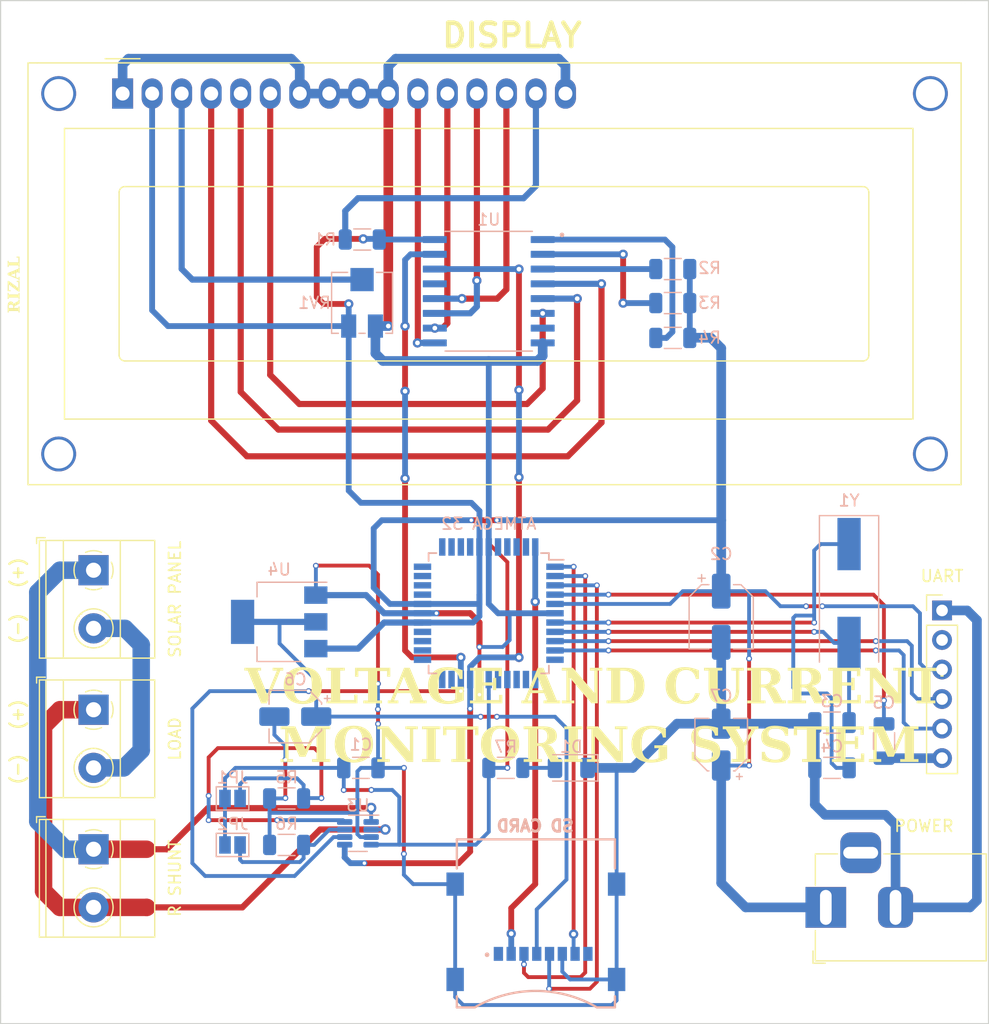
<source format=kicad_pcb>
(kicad_pcb (version 20221018) (generator pcbnew)
  (layers (0 "F.Cu" signal) (31 "B.Cu" signal) (34 "B.Paste" user) (35 "F.Paste" user) (36 "B.SilkS" user "B.Silkscreen") (37 "F.SilkS" user "F.Silkscreen") (38 "B.Mask" user) (39 "F.Mask" user) (44 "Edge.Cuts" user))
  (net 0 "")
  (net 1 "+5V")
  (net 2 "GND")
  (net 3 "Net-(U2-XTAL1)")
  (net 4 "Net-(U2-XTAL2)")
  (net 5 "Net-(J4-Pin_6)")
  (net 6 "RESET")
  (net 7 "Net-(D1-A)")
  (net 8 "Net-(DS1-VO)")
  (net 9 "Net-(DS1-RS)")
  (net 10 "Net-(DS1-R{slash}W)")
  (net 11 "Net-(DS1-E)")
  (net 12 "Net-(DS1-D4)")
  (net 13 "Net-(DS1-D5)")
  (net 14 "Net-(DS1-D6)")
  (net 15 "Net-(DS1-D7)")
  (net 16 "Net-(DS1-LED(+))")
  (net 17 "Net-(J1-Pin_1)")
  (net 18 "Net-(J1-Pin_2)")
  (net 19 "Net-(J2-Pin_2)")
  (net 21 "Net-(J4-Pin_4)")
  (net 22 "Net-(J4-Pin_5)")
  (net 23 "Net-(JP1-A)")
  (net 24 "Net-(JP2-A)")
  (net 25 "Net-(U1-A2)")
  (net 26 "Net-(U1-A1)")
  (net 27 "Net-(U1-A0)")
  (net 30 "SCL(INA219)")
  (net 31 "SDA(INA219)")
  (net 56 "Net-(J5-VDD)")
  (net 58 "CS")
  (net 59 "MISO")
  (net 60 "SCK")
  (net 61 "MOSI")
  (footprint "MountingHole:MountingHole_3.2mm_M3" (layer "F.Cu") (at 123 50)
    (fp_text reference "REF**" hide)
    (fp_text value "MountingHole_3.2mm_M3" hide)
  )
  (footprint "MountingHole:MountingHole_3.2mm_M3" (layer "F.Cu") (at 204 50)
    (fp_text reference "REF**" hide)
    (fp_text value "MountingHole_3.2mm_M3" hide)
  )
  (footprint "TerminalBlock_Phoenix:TerminalBlock_Phoenix_MKDS-1,5-2_1x02_P5.00mm_Horizontal" (layer "F.Cu") (at 129 109 -90)
    (fp_text reference "LOAD")
    (fp_text value "LOAD" hide)
  )
  (footprint "" (layer "F.Cu") (at 204 134)
    (fp_text reference "")
    (fp_text value "")
  )
  (footprint "MountingHole:MountingHole_3.2mm_M3" (layer "F.Cu") (at 123 134)
    (fp_text reference "REF**" hide)
    (fp_text value "MountingHole_3.2mm_M3" hide)
  )
  (footprint "Connector_BarrelJack:BarrelJack_Horizontal" (layer "F.Cu") (at 192 126 180)
    (fp_text reference "POWER")
    (fp_text value "POWER" hide)
  )
  (footprint "Connector_PinHeader_2.54mm:PinHeader_1x06_P2.54mm_Vertical" (layer "F.Cu") (at 202 100.46)
    (fp_text reference "UART")
    (fp_text value "T232RL" hide)
  )
  (footprint "" (layer "F.Cu") (at 123 50)
    (fp_text reference "")
    (fp_text value "")
  )
  (footprint "MountingHole:MountingHole_3.2mm_M3" (layer "F.Cu") (at 204 134)
    (fp_text reference "REF**" hide)
    (fp_text value "MountingHole_3.2mm_M3" hide)
  )
  (footprint "" (layer "F.Cu") (at 123 134)
    (fp_text reference "")
    (fp_text value "")
  )
  (footprint "TerminalBlock_Phoenix:TerminalBlock_Phoenix_MKDS-1,5-2_1x02_P5.00mm_Horizontal" (layer "F.Cu") (at 129 97 -90)
    (fp_text reference "SOLAR PANEL")
    (fp_text value "Solar Panel" hide)
  )
  (footprint "" (layer "F.Cu") (at 204 50)
    (fp_text reference "")
    (fp_text value "")
  )
  (footprint "Display:WC1602A" (layer "F.Cu") (at 131.4991 55.9993)
    (fp_text reference "DISPLAY")
    (fp_text value "WC1602A" hide)
  )
  (footprint "TerminalBlock_Phoenix:TerminalBlock_Phoenix_MKDS-1,5-2_1x02_P5.00mm_Horizontal" (layer "F.Cu") (at 129 121 -90)
    (fp_text reference "R SHUNT")
    (fp_text value "R SHUNT(0.001 ohm)" hide)
  )
  (footprint "Resistor_SMD:R_1206_3216Metric" (layer "B.Cu") (at 178.833937 74.020639 180)
    (fp_text reference "R3")
    (fp_text value "10k" hide)
  )
  (footprint "Jumper:SolderJumper-2_P1.3mm_Open_Pad1.0x1.5mm" (layer "B.Cu") (at 140.957196 120.628707 180)
    (fp_text reference "JP2")
    (fp_text value "Jumper_2_Open" hide)
  )
  (footprint "Resistor_SMD:R_1206_3216Metric" (layer "B.Cu") (at 178.83362 71.093351 180)
    (fp_text reference "R2")
    (fp_text value "10k" hide)
  )
  (footprint "Package_QFP:TQFP-44_10x10mm_P0.8mm" (layer "B.Cu") (at 163 100.7 180)
    (fp_text reference "ATMEGA 32")
    (fp_text value "ATmega32-16A" hide)
  )
  (footprint "Capacitor_SMD:C_1206_3216Metric" (layer "B.Cu") (at 192.525 110.104993 180)
    (fp_text reference "C3")
    (fp_text value "22pF" hide)
  )
  (footprint "Jumper:SolderJumper-2_P1.3mm_Open_Pad1.0x1.5mm" (layer "B.Cu") (at 140.957196 116.628707 180)
    (fp_text reference "JP1")
    (fp_text value "Jumper_2_Open" hide)
  )
  (footprint "Capacitor_SMD:CP_Elec_5x5.3" (layer "B.Cu") (at 183 101 -90)
    (fp_text reference "C2")
    (fp_text value "10uF/25V" hide)
  )
  (footprint "Resistor_SMD:R_1206_3216Metric" (layer "B.Cu") (at 145.607196 116.628707 180)
    (fp_text reference "R5")
    (fp_text value "10k" hide)
  )
  (footprint "Potentiometer_SMD:Potentiometer_Vishay_TS53YJ_Vertical" (layer "B.Cu") (at 152.1 74 -90)
    (fp_text reference "RV1")
    (fp_text value "10k" hide)
  )
  (footprint "Crystal:Crystal_SMD_HC49-SD" (layer "B.Cu") (at 194 99 -90)
    (fp_text reference "Y1")
    (fp_text value "16MHz" hide)
  )
  (footprint "MEM2067-02-180-00-A_REVB:GCT_MEM2067-02-180-00-A_REVB" (layer "B.Cu") (at 167.055 127.375 180)
    (fp_text reference "SD CARD")
    (fp_text value "MEM2067-02-180-00-A_REVB" hide)
  )
  (footprint "Package_TO_SOT_SMD:SOT-223-3_TabPin2" (layer "B.Cu") (at 144.972562 101.44187 180)
    (fp_text reference "U4")
    (fp_text value "AMS1117-3.3" hide)
  )
  (footprint "Capacitor_SMD:CP_Elec_4x5.3" (layer "B.Cu") (at 146.358647 109.589206 180)
    (fp_text reference "C6")
    (fp_text value "10uF/16V" hide)
  )
  (footprint "Capacitor_SMD:CP_Elec_4x5.3" (layer "B.Cu") (at 183 112 90)
    (fp_text reference "C7")
    (fp_text value "10uF/16V" hide)
  )
  (footprint "PCF8574DW:SOIC127P1030X265-16N" (layer "B.Cu") (at 163 73 180)
    (fp_text reference "U1")
    (fp_text value "PCF8574" hide)
  )
  (footprint "Capacitor_SMD:C_1206_3216Metric" (layer "B.Cu") (at 197.007629 111.692587 90)
    (fp_text reference "C5")
    (fp_text value "100pF" hide)
  )
  (footprint "Capacitor_SMD:C_1206_3216Metric" (layer "B.Cu") (at 152 114)
    (fp_text reference "C1")
    (fp_text value "0.1uF" hide)
  )
  (footprint "Resistor_SMD:R_1206_3216Metric" (layer "B.Cu") (at 178.833937 77.016386 180)
    (fp_text reference "R4")
    (fp_text value "10k" hide)
  )
  (footprint "Capacitor_SMD:C_1206_3216Metric" (layer "B.Cu") (at 192.530827 114 180)
    (fp_text reference "C4")
    (fp_text value "22pF" hide)
  )
  (footprint "Resistor_SMD:R_1206_3216Metric" (layer "B.Cu") (at 152.116589 68.551914 180)
    (fp_text reference "R1")
    (fp_text value "330" hide)
  )
  (footprint "Resistor_SMD:R_1206_3216Metric" (layer "B.Cu") (at 164.466491 114 180)
    (fp_text reference "R7")
    (fp_text value "220" hide)
  )
  (footprint "Package_TO_SOT_SMD:SOT-23-8" (layer "B.Cu") (at 151.744696 119.628707 180)
    (fp_text reference "U3")
    (fp_text value "INA219AxDCN" hide)
  )
  (footprint "LED_SMD:LED_1206_3216Metric" (layer "B.Cu") (at 170.1 114.001314 180)
    (fp_text reference "D1")
    (fp_text value "LED" hide)
  )
  (footprint "Resistor_SMD:R_1206_3216Metric" (layer "B.Cu") (at 145.607196 120.628707 180)
    (fp_text reference "R6")
    (fp_text value "10k" hide)
  )
  (gr_rect (start 121 48) (end 206 136) (stroke (width 0.1)) (fill none) (layer "Edge.Cuts"))
  (gr_text "(-)" (at 122 112.7 -90) (layer "F.SilkS") (effects (font (size 1 1) (thickness 0.2) bold) (justify left bottom)))
  (gr_text "(-)" (at 122 100.6 -90) (layer "F.SilkS") (effects (font (size 1 1) (thickness 0.2) bold) (justify left bottom)))
  (gr_text "VOLTAGE AND CURRENT\n  MONITORING SYSTEM" (at 142 114) (layer "F.SilkS") (effects (font (size 3 3) (thickness 0.2) bold) (justify left bottom)))
  (gr_text "(+)" (at 122 108 -90) (layer "F.SilkS") (effects (font (size 1 1) (thickness 0.2) bold) (justify left bottom)))
  (gr_text "RIZAL" (at 122.8 74.9 90) (layer "F.SilkS") (effects (font (size 1 1) (thickness 0.2) bold) (justify left bottom)))
  (gr_text "(+)" (at 122 95.8 -90) (layer "F.SilkS") (effects (font (size 1 1) (thickness 0.2) bold) (justify left bottom)))
  (segment (start 161.5 92.7) (end 163 92.7) (width 0.5) (layer "F.Cu") (net 1))
  (segment (start 164.6 114) (end 164.6 96.3) (width 0.33) (layer "F.Cu") (net 1))
  (segment (start 148.2 73.5) (end 148.2 69.193943) (width 0.5) (layer "F.Cu") (net 1))
  (segment (start 163 94.7) (end 163 92.7) (width 0.33) (layer "F.Cu") (net 1))
  (segment (start 148.893943 68.5) (end 152.2 68.5) (width 0.5) (layer "F.Cu") (net 1))
  (segment (start 152.895352 115.904648) (end 152.9 115.9) (width 0.33) (layer "F.Cu") (net 1))
  (segment (start 190.3 100.1) (end 191.7 100.1) (width 0.33) (layer "F.Cu") (net 1))
  (segment (start 148.851042 68.542901) (end 148.893943 68.5) (width 0.5) (layer "F.Cu") (net 1))
  (segment (start 164.6 96.3) (end 163 94.7) (width 0.33) (layer "F.Cu") (net 1))
  (segment (start 148.2 69.193943) (end 148.851042 68.542901) (width 0.5) (layer "F.Cu") (net 1))
  (segment (start 150.523244 115.904648) (end 152.895352 115.904648) (width 0.33) (layer "F.Cu") (net 1))
  (segment (start 150.951042 74.095447) (end 148.795447 74.095447) (width 0.5) (layer "F.Cu") (net 1))
  (segment (start 148.795447 74.095447) (end 148.2 73.5) (width 0.5) (layer "F.Cu") (net 1))
  (segment (start 163 92.7) (end 163.7 92.7) (width 0.5) (layer "F.Cu") (net 1))
  (segment (start 185.4 113.8) (end 185.4 104.6) (width 0.33) (layer "F.Cu") (net 1))
  (via (at 150.523244 115.904648) (size 0.5) (drill 0.3) (layers "F.Cu" "B.Cu") (net 1))
  (via (at 164.6 114) (size 0.5) (drill 0.3) (layers "F.Cu" "B.Cu") (net 1))
  (via (at 190.3 100.1) (size 0.5) (drill 0.3) (layers "F.Cu" "B.Cu") (net 1))
  (via (at 191.7 100.1) (size 0.5) (drill 0.3) (layers "F.Cu" "B.Cu") (net 1))
  (via (at 185.4 113.8) (size 0.5) (drill 0.3) (layers "F.Cu" "B.Cu") (net 1))
  (via (at 152.2 68.5) (size 0.8) (drill 0.4) (layers "F.Cu" "B.Cu") (net 1))
  (via (at 161.5 92.7) (size 0.5) (drill 0.3) (layers "F.Cu" "B.Cu") (net 1))
  (via (at 163.7 92.7) (size 0.5) (drill 0.3) (layers "F.Cu" "B.Cu") (net 1))
  (via (at 150.951042 74.095447) (size 0.8) (drill 0.4) (layers "F.Cu" "B.Cu") (net 1))
  (via (at 152.9 115.9) (size 0.5) (drill 0.3) (layers "F.Cu" "B.Cu") (net 1))
  (via (at 185.4 104.6) (size 0.5) (drill 0.3) (layers "F.Cu" "B.Cu") (net 1))
  (segment (start 135.4 76) (end 150.95 76) (width 0.5) (layer "B.Cu") (net 1))
  (segment (start 200.1 100.7) (end 200.1 105) (width 0.33) (layer "B.Cu") (net 1))
  (segment (start 163.7 92.7) (end 183 92.7) (width 0.5) (layer "B.Cu") (net 1))
  (segment (start 183 123.9) (end 183 113.8) (width 0.83) (layer "B.Cu") (net 1))
  (segment (start 153.1 98.5) (end 153.1 93.4) (width 0.5) (layer "B.Cu") (net 1))
  (segment (start 140.307196 116.628707) (end 140.307196 120.628707) (width 0.33) (layer "B.Cu") (net 1))
  (segment (start 182.1 77) (end 180.312823 77) (width 0.83) (layer "B.Cu") (net 1))
  (segment (start 183 92.7) (end 183 77.9) (width 0.83) (layer "B.Cu") (net 1))
  (segment (start 155.3 120.603707) (end 161.896293 120.603707) (width 0.33) (layer "B.Cu") (net 1))
  (segment (start 162.2 99.1) (end 162.2 100.95) (width 0.5) (layer "B.Cu") (net 1))
  (segment (start 152.9 115.9) (end 154.7 115.9) (width 0.33) (layer "B.Cu") (net 1))
  (segment (start 161.65 101.5) (end 157.3 101.5) (width 0.5) (layer "B.Cu") (net 1))
  (segment (start 186.8 98.8) (end 188.1 100.1) (width 0.33) (layer "B.Cu") (net 1))
  (segment (start 150.95 74.096489) (end 150.951042 74.095447) (width 0.5) (layer "B.Cu") (net 1))
  (segment (start 154.5 99.9) (end 153.1 98.5) (width 0.5) (layer "B.Cu") (net 1))
  (segment (start 157.3 99.9) (end 154.5 99.9) (width 0.5) (layer "B.Cu") (net 1))
  (segment (start 162.2 99.9) (end 157.3 99.9) (width 0.5) (layer "B.Cu") (net 1))
  (segment (start 192 126) (end 185.1 126) (width 0.83) (layer "B.Cu") (net 1))
  (segment (start 150.525 114) (end 150.525 115.902892) (width 0.33) (layer "B.Cu") (net 1))
  (segment (start 178.6 99.9) (end 179.7 98.8) (width 0.33) (layer "B.Cu") (net 1))
  (segment (start 161.896293 120.603707) (end 163.003991 119.496009) (width 0.33) (layer "B.Cu") (net 1))
  (segment (start 152.882196 120.603707) (end 155.3 120.603707) (width 0.33) (layer "B.Cu") (net 1))
  (segment (start 161.5 91.2) (end 162.2 91.9) (width 0.5) (layer "B.Cu") (net 1))
  (segment (start 150.95 90.15) (end 152 91.2) (width 0.5) (layer "B.Cu") (net 1))
  (segment (start 163 107.7) (end 163 106.4) (width 0.33) (layer "B.Cu") (net 1))
  (segment (start 180.29612 71.093351) (end 180.29612 74.020322) (width 0.5) (layer "B.Cu") (net 1))
  (segment (start 163.003991 114) (end 164.6 114) (width 0.33) (layer "B.Cu") (net 1))
  (segment (start 152.2 68.5) (end 153.527175 68.5) (width 0.5) (layer "B.Cu") (net 1))
  (segment (start 183 98.8) (end 185.4 98.8) (width 0.33) (layer "B.Cu") (net 1))
  (segment (start 163.003991 107.703991) (end 163 107.7) (width 0.33) (layer "B.Cu") (net 1))
  (segment (start 162.2 95) (end 162.2 99.1) (width 0.5) (layer "B.Cu") (net 1))
  (segment (start 185.4 104.6) (end 185.4 98.8) (width 0.33) (layer "B.Cu") (net 1))
  (segment (start 153.1 93.4) (end 153.8 92.7) (width 0.5) (layer "B.Cu") (net 1))
  (segment (start 150.95 76) (end 150.95 90.15) (width 0.5) (layer "B.Cu") (net 1))
  (segment (start 183 113.8) (end 185.4 113.8) (width 0.33) (layer "B.Cu") (net 1))
  (segment (start 158.356914 68.551914) (end 158.36 68.555) (width 0.5) (layer "B.Cu") (net 1))
  (segment (start 154.7 115.9) (end 155.3 116.5) (width 0.33) (layer "B.Cu") (net 1))
  (segment (start 180.296437 74.020639) (end 180.296437 77.016386) (width 0.5) (layer "B.Cu") (net 1))
  (segment (start 191.7 100.1) (end 199.5 100.1) (width 0.33) (layer "B.Cu") (net 1))
  (segment (start 188.1 100.1) (end 190.3 100.1) (width 0.33) (layer "B.Cu") (net 1))
  (segment (start 152 91.2) (end 161.5 91.2) (width 0.5) (layer "B.Cu") (net 1))
  (segment (start 185.1 126) (end 183 123.9) (width 0.83) (layer "B.Cu") (net 1))
  (segment (start 200.1 105) (end 200.64 105.54) (width 0.33) (layer "B.Cu") (net 1))
  (segment (start 162.2 100.95) (end 161.65 101.5) (width 0.5) (layer "B.Cu") (net 1))
  (segment (start 163.003991 114) (end 163.003991 107.703991) (width 0.33) (layer "B.Cu") (net 1))
  (segment (start 183 98.8) (end 183 92.7) (width 0.83) (layer "B.Cu") (net 1))
  (segment (start 162.2 99.1) (end 162.2 99.9) (width 0.5) (layer "B.Cu") (net 1))
  (segment (start 153.8 92.7) (end 161.5 92.7) (width 0.5) (layer "B.Cu") (net 1))
  (segment (start 183 77.9) (end 182.1 77) (width 0.83) (layer "B.Cu") (net 1))
  (segment (start 150.525 115.902892) (end 150.523244 115.904648) (width 0.33) (layer "B.Cu") (net 1))
  (segment (start 153.579089 68.551914) (end 158.356914 68.551914) (width 0.5) (layer "B.Cu") (net 1))
  (segment (start 163.003991 119.496009) (end 163.003991 114) (width 0.33) (layer "B.Cu") (net 1))
  (segment (start 151.75813 103.74187) (end 148.122562 103.74187) (width 0.53) (layer "B.Cu") (net 1))
  (segment (start 154 101.5) (end 151.75813 103.74187) (width 0.53) (layer "B.Cu") (net 1))
  (segment (start 155.3 116.5) (end 155.3 120.603707) (width 0.33) (layer "B.Cu") (net 1))
  (segment (start 179.7 98.8) (end 183 98.8) (width 0.33) (layer "B.Cu") (net 1))
  (segment (start 180.29612 74.020322) (end 180.296437 74.020639) (width 0.5) (layer "B.Cu") (net 1))
  (segment (start 162.2 91.9) (end 162.2 95) (width 0.5) (layer "B.Cu") (net 1))
  (segment (start 199.5 100.1) (end 200.1 100.7) (width 0.33) (layer "B.Cu") (net 1))
  (segment (start 141.2 114) (end 150.525 114) (width 0.33) (layer "B.Cu") (net 1))
  (segment (start 140.307196 114.892804) (end 141.2 114) (width 0.33) (layer "B.Cu") (net 1))
  (segment (start 134.0391 55.9993) (end 134.0391 74.6391) (width 0.5) (layer "B.Cu") (net 1))
  (segment (start 200.64 105.54) (end 202 105.54) (width 0.33) (layer "B.Cu") (net 1))
  (segment (start 150.95 76) (end 150.95 74.096489) (width 0.5) (layer "B.Cu") (net 1))
  (segment (start 157.3 101.5) (end 154 101.5) (width 0.53) (layer "B.Cu") (net 1))
  (segment (start 185.4 98.8) (end 186.8 98.8) (width 0.33) (layer "B.Cu") (net 1))
  (segment (start 134.0391 74.6391) (end 135.4 76) (width 0.5) (layer "B.Cu") (net 1))
  (segment (start 168.7 99.9) (end 178.6 99.9) (width 0.33) (layer "B.Cu") (net 1))
  (segment (start 140.307196 116.628707) (end 140.307196 114.892804) (width 0.33) (layer "B.Cu") (net 1))
  (segment (start 153.46983 106.764892) (end 153.46983 97.36983) (width 0.33) (layer "F.Cu") (net 2))
  (segment (start 162.2 107.7) (end 162.2 103.6) (width 0.33) (layer "F.Cu") (net 2))
  (segment (start 152.7 96.6) (end 148.141984 96.6) (width 0.33) (layer "F.Cu") (net 2))
  (segment (start 145.5 116.6) (end 145.5 113.3) (width 0.33) (layer "F.Cu") (net 2))
  (segment (start 158.5 100.7) (end 161.4 100.7) (width 0.53) (layer "F.Cu") (net 2))
  (segment (start 153.46983 97.36983) (end 152.7 96.6) (width 0.33) (layer "F.Cu") (net 2))
  (segment (start 153.476755 110.218595) (end 153.476755 108.967169) (width 0.33) (layer "F.Cu") (net 2))
  (segment (start 161.4 100.7) (end 162.2 101.5) (width 0.53) (layer "F.Cu") (net 2))
  (segment (start 154.3591 75.994645) (end 154.359709 75.995254) (width 0.83) (layer "F.Cu") (net 2))
  (segment (start 154.3591 55.9993) (end 154.3591 75.994645) (width 0.83) (layer "F.Cu") (net 2))
  (segment (start 162.2 101.5) (end 162.2 103.6) (width 0.53) (layer "F.Cu") (net 2))
  (segment (start 155.7 114) (end 155.7 121.4) (width 0.33) (layer "F.Cu") (net 2))
  (segment (start 153.476755 108.967169) (end 153.467457 108.957871) (width 0.33) (layer "F.Cu") (net 2))
  (segment (start 148.141984 96.6) (end 148.127749 96.614235) (width 0.33) (layer "F.Cu") (net 2))
  (via (at 153.46983 106.764892) (size 0.5) (drill 0.3) (layers "F.Cu" "B.Cu") (net 2))
  (via (at 155.7 121.4) (size 0.5) (drill 0.3) (layers "F.Cu" "B.Cu") (net 2))
  (via (at 145.5 113.3) (size 0.5) (drill 0.3) (layers "F.Cu" "B.Cu") (net 2))
  (via (at 154.359709 75.995254) (size 0.8) (drill 0.4) (layers "F.Cu" "B.Cu") (net 2))
  (via (at 158.5 100.7) (size 0.5) (drill 0.3) (layers "F.Cu" "B.Cu") (net 2))
  (via (at 155.7 114) (size 0.5) (drill 0.3) (layers "F.Cu" "B.Cu") (net 2))
  (via (at 145.5 116.6) (size 0.5) (drill 0.3) (layers "F.Cu" "B.Cu") (net 2))
  (via (at 148.127749 96.614235) (size 0.5) (drill 0.3) (layers "F.Cu" "B.Cu") (net 2))
  (via (at 162.2 107.7) (size 0.5) (drill 0.3) (layers "F.Cu" "B.Cu") (net 2))
  (via (at 153.476755 110.218595) (size 0.5) (drill 0.3) (layers "F.Cu" "B.Cu") (net 2))
  (via (at 153.467457 108.957871) (size 0.5) (drill 0.3) (layers "F.Cu" "B.Cu") (net 2))
  (via (at 162.2 103.6) (size 0.5) (drill 0.3) (layers "F.Cu" "B.Cu") (net 2))
  (segment (start 151.953707 119.953707) (end 152.882196 119.953707) (width 0.33) (layer "B.Cu") (net 2))
  (segment (start 153.467457 106.767265) (end 153.46983 106.764892) (width 0.33) (layer "B.Cu") (net 2))
  (segment (start 153.25 78.35) (end 153.9 79) (width 0.83) (layer "B.Cu") (net 2))
  (segment (start 162.2 106.4) (end 162.2 107.7) (width 0.33) (layer "B.Cu") (net 2))
  (segment (start 144.144696 116.628707) (end 144.144696 117.868184) (width 0.33) (layer "B.Cu") (net 2))
  (segment (start 152.44187 99.14187) (end 148.122562 99.14187) (width 0.53) (layer "B.Cu") (net 2))
  (segment (start 151.7 119.7) (end 151.953707 119.953707) (width 0.33) (layer "B.Cu") (net 2))
  (segment (start 171.5 114.001314) (end 174 114.001314) (width 0.83) (layer "B.Cu") (net 2))
  (segment (start 202 100.46) (end 204.16 100.46) (width 0.83) (layer "B.Cu") (net 2))
  (segment (start 164.2 103.6) (end 164.8 103) (width 0.33) (layer "B.Cu") (net 2))
  (segment (start 151.631293 117.868707) (end 144.145219 117.868707) (width 0.33) (layer "B.Cu") (net 2))
  (segment (start 146.7391 55.9993) (end 146.7391 53.7391) (width 0.83) (layer "B.Cu") (net 2))
  (segment (start 157.3 100.7) (end 154 100.7) (width 0.53) (layer "B.Cu") (net 2))
  (segment (start 183 110.2) (end 190.954993 110.2) (width 0.83) (layer "B.Cu") (net 2))
  (segment (start 174 114.001314) (end 175.398686 114.001314) (width 0.83) (layer "B.Cu") (net 2))
  (segment (start 183 110.2) (end 183 103.2) (width 0.83) (layer "B.Cu") (net 2))
  (segment (start 163 99.9) (end 163.8 100.7) (width 0.5) (layer "B.Cu") (net 2))
  (segment (start 146.7391 53.7391) (end 146 53) (width 0.83) (layer "B.Cu") (net 2))
  (segment (start 197.137632 118.037632) (end 198 118.9) (width 0.83) (layer "B.Cu") (net 2))
  (segment (start 148.127749 99.136683) (end 148.122562 99.14187) (width 0.33) (layer "B.Cu") (net 2))
  (segment (start 152 114) (end 151.7 114.3) (width 0.33) (layer "B.Cu") (net 2))
  (segment (start 191.053558 117.158984) (end 191.932206 118.037632) (width 0.83) (layer "B.Cu") (net 2))
  (segment (start 198 118.9) (end 198 126) (width 0.83) (layer "B.Cu") (net 2))
  (segment (start 162.2 103.6) (end 164.2 103.6) (width 0.33) (layer "B.Cu") (net 2))
  (segment (start 144.558647 111.158647) (end 144.558647 109.589206) (width 0.33) (layer "B.Cu") (net 2))
  (segment (start 144.144696 117.868184) (end 144.144696 120.628707) (width 0.33) (layer "B.Cu") (net 2))
  (segment (start 174 124) (end 174 114.001314) (width 0.33) (layer "B.Cu") (net 2))
  (segment (start 153.467457 108.957871) (end 153.467457 106.767265) (width 0.33) (layer "B.Cu") (net 2))
  (segment (start 163 95) (end 163 79) (width 0.5) (layer "B.Cu") (net 2))
  (segment (start 169.33 131.53) (end 170 132.2) (width 0.33) (layer "B.Cu") (net 2))
  (segment (start 167.2 79) (end 167.64 78.56) (width 0.83) (layer "B.Cu") (net 2))
  (segment (start 169.5991 53.5991) (end 169 53) (width 0.83) (layer "B.Cu") (net 2))
  (segment (start 154.3591 55.9993) (end 151.8191 55.9993) (width 0.83) (layer "B.Cu") (net 2))
  (segment (start 145.5 113.3) (end 145.5 112.1) (width 0.33) (layer "B.Cu") (net 2))
  (segment (start 179.2 110.2) (end 183 110.2) (width 0.83) (layer "B.Cu") (net 2))
  (segment (start 154.359709 75.995254) (end 153.254746 75.995254) (width 0.83) (layer "B.Cu") (net 2))
  (segment (start 146 53) (end 132 53) (width 0.83) (layer "B.Cu") (net 2))
  (segment (start 155 53) (end 154.3591 53.6409) (width 0.83) (layer "B.Cu") (net 2))
  (segment (start 153.475 114) (end 155.7 114) (width 0.33) (layer "B.Cu") (net 2))
  (segment (start 191.05 113.994173) (end 191.055827 114) (width 0.83) (layer "B.Cu") (net 2))
  (segment (start 204.16 100.46) (end 205 101.3) (width 0.83) (layer "B.Cu") (net 2))
  (segment (start 144.144696 116.628707) (end 145.471293 116.628707) (width 0.33) (layer "B.Cu") (net 2))
  (segment (start 160.8 134.4) (end 173.6 134.4) (width 0.33) (layer "B.Cu") (net 2))
  (segment (start 175.398686 114.001314) (end 179.2 110.2) (width 0.83) (layer "B.Cu") (net 2))
  (segment (start 204.4 126) (end 198 126) (width 0.83) (layer "B.Cu") (net 2))
  (segment (start 151.7 114.3) (end 151.7 117.8) (width 0.33) (layer "B.Cu") (net 2))
  (segment (start 164.8 103) (end 164.8 100.7) (width 0.33) (layer "B.Cu") (net 2))
  (segment (start 155.7 123.2) (end 156.5 124) (width 0.33) (layer "B.Cu") (net 2))
  (segment (start 205 125.4) (end 204.4 126) (width 0.83) (layer "B.Cu") (net 2))
  (segment (start 153.475 114) (end 153.475 110.22035) (width 0.33) (layer "B.Cu") (net 2))
  (segment (start 191.055827 114) (end 191.053558 114.002269) (width 0.83) (layer "B.Cu") (net 2))
  (segment (start 157.3 100.7) (end 158.5 100.7) (width 0.53) (layer "B.Cu") (net 2))
  (segment (start 153.475 110.22035) (end 153.476755 110.218595) (width 0.33) (layer "B.Cu") (net 2))
  (segment (start 169.33 130) (end 169.33 131.53) (width 0.33) (layer "B.Cu") (net 2))
  (segment (start 169.5991 55.9993) (end 169.5991 53.5991) (width 0.83) (layer "B.Cu") (net 2))
  (segment (start 160.11 132.2) (end 160.11 133.71) (width 0.33) (layer "B.Cu") (net 2))
  (segment (start 191.053558 114.002269) (end 191.053558 117.158984) (width 0.83) (layer "B.Cu") (net 2))
  (segment (start 160.11 133.71) (end 160.8 134.4) (width 0.33) (layer "B.Cu") (net 2))
  (segment (start 154.3591 53.6409) (end 154.3591 55.9993) (width 0.83) (layer "B.Cu") (net 2))
  (segment (start 151.7 117.8) (end 151.631293 117.868707) (width 0.33) (layer "B.Cu") (net 2))
  (segment (start 153.254746 75.995254) (end 153.25 76) (width 0.83) (layer "B.Cu") (net 2))
  (segment (start 151.8191 55.9993) (end 149.2791 55.9993) (width 0.83) (layer "B.Cu") (net 2))
  (segment (start 191.05 110.104993) (end 191.05 113.994173) (width 0.83) (layer "B.Cu") (net 2))
  (segment (start 169 53) (end 155 53) (width 0.83) (layer "B.Cu") (net 2))
  (segment (start 156.5 124) (end 160.11 124) (width 0.33) (layer "B.Cu") (net 2))
  (segment (start 170 132.2) (end 174 132.2) (width 0.33) (layer "B.Cu") (net 2))
  (segment (start 173.6 134.4) (end 174 134) (width 0.33) (layer "B.Cu") (net 2))
  (segment (start 163 79) (end 167.2 79) (width 0.83) (layer "B.Cu") (net 2))
  (segment (start 153.9 79) (end 163 79) (width 0.83) (layer "B.Cu") (net 2))
  (segment (start 163 95) (end 163 99.9) (width 0.5) (layer "B.Cu") (net 2))
  (segment (start 145.5 112.1) (end 144.558647 111.158647) (width 0.33) (layer "B.Cu") (net 2))
  (segment (start 154 100.7) (end 152.44187 99.14187) (width 0.53) (layer "B.Cu") (net 2))
  (segment (start 205 101.3) (end 205 125.4) (width 0.83) (layer "B.Cu") (net 2))
  (segment (start 151.7 117.8) (end 151.7 119.7) (width 0.33) (layer "B.Cu") (net 2))
  (segment (start 164.8 100.7) (end 168.7 100.7) (width 0.5) (layer "B.Cu") (net 2))
  (segment (start 145.471293 116.628707) (end 145.5 116.6) (width 0.33) (layer "B.Cu") (net 2))
  (segment (start 167.64 78.56) (end 167.64 77.445) (width 0.83) (layer "B.Cu") (net 2))
  (segment (start 163.8 100.7) (end 164.8 100.7) (width 0.5) (layer "B.Cu") (net 2))
  (segment (start 149.2791 55.9993) (end 146.7391 55.9993) (width 0.83) (layer "B.Cu") (net 2))
  (segment (start 160.11 132.2) (end 160.11 124) (width 0.33) (layer "B.Cu") (net 2))
  (segment (start 155.7 121.4) (end 155.7 123.2) (width 0.33) (layer "B.Cu") (net 2))
  (segment (start 153.475 114) (end 152 114) (width 0.33) (layer "B.Cu") (net 2))
  (segment (start 148.127749 96.614235) (end 148.127749 99.136683) (width 0.33) (layer "B.Cu") (net 2))
  (segment (start 153.25 76) (end 153.25 78.35) (width 0.83) (layer "B.Cu") (net 2))
  (segment (start 174 134) (end 174 132.2) (width 0.33) (layer "B.Cu") (net 2))
  (segment (start 191.932206 118.037632) (end 197.137632 118.037632) (width 0.83) (layer "B.Cu") (net 2))
  (segment (start 131.4991 53.5009) (end 131.4991 55.9993) (width 0.83) (layer "B.Cu") (net 2))
  (segment (start 144.145219 117.868707) (end 144.144696 117.868184) (width 0.33) (layer "B.Cu") (net 2))
  (segment (start 132 53) (end 131.4991 53.5009) (width 0.83) (layer "B.Cu") (net 2))
  (segment (start 174 132.2) (end 174 124) (width 0.33) (layer "B.Cu") (net 2))
  (segment (start 173.3 102.3) (end 191 102.3) (width 0.33) (layer "F.Cu") (net 3))
  (via (at 173.3 102.3) (size 0.5) (drill 0.3) (layers "F.Cu" "B.Cu") (net 3))
  (via (at 191 102.3) (size 0.5) (drill 0.3) (layers "F.Cu" "B.Cu") (net 3))
  (segment (start 192.717265 103.25) (end 194 103.25) (width 0.33) (layer "B.Cu") (net 3))
  (segment (start 191.767265 102.3) (end 192.717265 103.25) (width 0.33) (layer "B.Cu") (net 3))
  (segment (start 168.7 102.3) (end 173.3 102.3) (width 0.33) (layer "B.Cu") (net 3))
  (segment (start 194 103.25) (end 194 110.104993) (width 0.33) (layer "B.Cu") (net 3))
  (segment (start 191 102.3) (end 191.767265 102.3) (width 0.33) (layer "B.Cu") (net 3))
  (segment (start 173.3 101.5) (end 191 101.5) (width 0.33) (layer "F.Cu") (net 4))
  (via (at 191 101.5) (size 0.5) (drill 0.3) (layers "F.Cu" "B.Cu") (net 4))
  (via (at 173.3 101.5) (size 0.5) (drill 0.3) (layers "F.Cu" "B.Cu") (net 4))
  (segment (start 189.4 100.9) (end 191 100.9) (width 0.33) (layer "B.Cu") (net 4))
  (segment (start 189.2 107.1) (end 189.2 101.1) (width 0.33) (layer "B.Cu") (net 4))
  (segment (start 192.1 107.6) (end 189.7 107.6) (width 0.33) (layer "B.Cu") (net 4))
  (segment (start 168.7 101.5) (end 173.3 101.5) (width 0.33) (layer "B.Cu") (net 4))
  (segment (start 191 100.9) (end 191 95.3) (width 0.33) (layer "B.Cu") (net 4))
  (segment (start 189.2 101.1) (end 189.4 100.9) (width 0.33) (layer "B.Cu") (net 4))
  (segment (start 189.7 107.6) (end 189.2 107.1) (width 0.33) (layer "B.Cu") (net 4))
  (segment (start 192.5 108) (end 192.1 107.6) (width 0.33) (layer "B.Cu") (net 4))
  (segment (start 191 101.5) (end 191 100.9) (width 0.33) (layer "B.Cu") (net 4))
  (segment (start 192.5 113.6) (end 192.5 108) (width 0.33) (layer "B.Cu") (net 4))
  (segment (start 191.55 94.75) (end 194 94.75) (width 0.33) (layer "B.Cu") (net 4))
  (segment (start 192.9 114) (end 192.5 113.6) (width 0.33) (layer "B.Cu") (net 4))
  (segment (start 194.005827 114) (end 192.9 114) (width 0.33) (layer "B.Cu") (net 4))
  (segment (start 191 95.3) (end 191.55 94.75) (width 0.33) (layer "B.Cu") (net 4))
  (segment (start 197.007629 113.167587) (end 201.992413 113.167587) (width 0.83) (layer "B.Cu") (net 5))
  (segment (start 201.992413 113.167587) (end 202 113.16) (width 0.83) (layer "B.Cu") (net 5))
  (segment (start 197 100) (end 197 108.2) (width 0.33) (layer "F.Cu") (net 6))
  (segment (start 196.1 99.1) (end 197 100) (width 0.33) (layer "F.Cu") (net 6))
  (segment (start 173.3 99.1) (end 196.1 99.1) (width 0.33) (layer "F.Cu") (net 6))
  (via (at 173.3 99.1) (size 0.5) (drill 0.3) (layers "F.Cu" "B.Cu") (net 6))
  (via (at 197 108.2) (size 0.5) (drill 0.3) (layers "F.Cu" "B.Cu") (net 6))
  (segment (start 168.7 99.1) (end 173.3 99.1) (width 0.33) (layer "B.Cu") (net 6))
  (segment (start 197 110.209958) (end 197.007629 110.217587) (width 0.33) (layer "B.Cu") (net 6))
  (segment (start 197 108.2) (end 197 110.209958) (width 0.33) (layer "B.Cu") (net 6))
  (segment (start 165.928991 114) (end 168.698686 114) (width 0.33) (layer "B.Cu") (net 7))
  (segment (start 168.698686 114) (end 168.7 114.001314) (width 0.33) (layer "B.Cu") (net 7))
  (segment (start 137.5 72) (end 152.1 72) (width 0.53) (layer "B.Cu") (net 8))
  (segment (start 136.5791 71.0791) (end 137.5 72) (width 0.53) (layer "B.Cu") (net 8))
  (segment (start 136.5791 55.9993) (end 136.5791 71.0791) (width 0.53) (layer "B.Cu") (net 8))
  (segment (start 142.2 87.2) (end 169.8 87.2) (width 0.53) (layer "F.Cu") (net 9))
  (segment (start 169.8 87.2) (end 172.7 84.3) (width 0.53) (layer "F.Cu") (net 9))
  (segment (start 172.7 72.36765) (end 172.695254 72.362904) (width 0.53) (layer "F.Cu") (net 9))
  (segment (start 172.7 84.3) (end 172.7 72.36765) (width 0.53) (layer "F.Cu") (net 9))
  (segment (start 139.1191 84.1191) (end 142.2 87.2) (width 0.53) (layer "F.Cu") (net 9))
  (segment (start 139.1191 55.9993) (end 139.1191 84.1191) (width 0.53) (layer "F.Cu") (net 9))
  (via (at 172.695254 72.362904) (size 0.8) (drill 0.4) (layers "F.Cu" "B.Cu") (net 9))
  (segment (start 172.695254 72.362904) (end 167.642096 72.362904) (width 0.53) (layer "B.Cu") (net 9))
  (segment (start 167.642096 72.362904) (end 167.64 72.365) (width 0.53) (layer "B.Cu") (net 9))
  (segment (start 170.6 73.648813) (end 170.611574 73.637239) (width 0.53) (layer "F.Cu") (net 10))
  (segment (start 168.1 84.9) (end 170.6 82.4) (width 0.53) (layer "F.Cu") (net 10))
  (segment (start 141.6591 55.9993) (end 141.6591 81.6591) (width 0.53) (layer "F.Cu") (net 10))
  (segment (start 141.6591 81.6591) (end 144.9 84.9) (width 0.53) (layer "F.Cu") (net 10))
  (segment (start 170.6 82.4) (end 170.6 73.648813) (width 0.53) (layer "F.Cu") (net 10))
  (segment (start 144.9 84.9) (end 168.1 84.9) (width 0.53) (layer "F.Cu") (net 10))
  (via (at 170.611574 73.637239) (size 0.8) (drill 0.4) (layers "F.Cu" "B.Cu") (net 10))
  (segment (start 170.611574 73.637239) (end 167.642239 73.637239) (width 0.53) (layer "B.Cu") (net 10))
  (segment (start 167.642239 73.637239) (end 167.64 73.635) (width 0.53) (layer "B.Cu") (net 10))
  (segment (start 167.64 81.36) (end 167.64 74.905) (width 0.53) (layer "F.Cu") (net 11))
  (segment (start 144.1991 80.1991) (end 146.7 82.7) (width 0.53) (layer "F.Cu") (net 11))
  (segment (start 166.3 82.7) (end 167.64 81.36) (width 0.53) (layer "F.Cu") (net 11))
  (segment (start 146.7 82.7) (end 166.3 82.7) (width 0.53) (layer "F.Cu") (net 11))
  (segment (start 144.1991 55.9993) (end 144.1991 80.1991) (width 0.53) (layer "F.Cu") (net 11))
  (via (at 167.64 74.905) (size 0.8) (drill 0.4) (layers "F.Cu" "B.Cu") (net 11))
  (segment (start 156.8991 77.412474) (end 156.866118 77.445456) (width 0.53) (layer "F.Cu") (net 12))
  (segment (start 156.8991 55.9993) (end 156.8991 77.412474) (width 0.53) (layer "F.Cu") (net 12))
  (via (at 156.866118 77.445456) (size 0.8) (drill 0.4) (layers "F.Cu" "B.Cu") (net 12))
  (segment (start 158.359544 77.445456) (end 158.36 77.445) (width 0.53) (layer "B.Cu") (net 12))
  (segment (start 156.866118 77.445456) (end 158.359544 77.445456) (width 0.53) (layer "B.Cu") (net 12))
  (segment (start 159.4391 55.9993) (end 159.4391 75.7609) (width 0.53) (layer "F.Cu") (net 13))
  (segment (start 159.4391 75.7609) (end 159.025 76.175) (width 0.53) (layer "F.Cu") (net 13))
  (segment (start 159.025 76.175) (end 158.36 76.175) (width 0.53) (layer "F.Cu") (net 13))
  (via (at 158.36 76.175) (size 0.8) (drill 0.4) (layers "F.Cu" "B.Cu") (net 13))
  (segment (start 161.9791 72.085888) (end 161.976755 72.088233) (width 0.53) (layer "F.Cu") (net 14))
  (segment (start 161.9791 55.9993) (end 161.9791 72.085888) (width 0.53) (layer "F.Cu") (net 14))
  (via (at 161.976755 72.088233) (size 0.8) (drill 0.4) (layers "F.Cu" "B.Cu") (net 14))
  (segment (start 161.4 74.9) (end 158.365 74.9) (width 0.53) (layer "B.Cu") (net 14))
  (segment (start 158.365 74.9) (end 158.36 74.905) (width 0.53) (layer "B.Cu") (net 14))
  (segment (start 161.976755 74.323245) (end 161.4 74.9) (width 0.53) (layer "B.Cu") (net 14))
  (segment (start 161.976755 72.088233) (end 161.976755 74.323245) (width 0.53) (layer "B.Cu") (net 14))
  (segment (start 164.5191 55.9993) (end 164.5191 72.848404) (width 0.53) (layer "F.Cu") (net 15))
  (segment (start 164.5191 72.848404) (end 163.729079 73.638425) (width 0.53) (layer "F.Cu") (net 15))
  (segment (start 163.729079 73.638425) (end 160.694212 73.638425) (width 0.53) (layer "F.Cu") (net 15))
  (via (at 160.694212 73.638425) (size 0.8) (drill 0.4) (layers "F.Cu" "B.Cu") (net 15))
  (segment (start 160.694212 73.638425) (end 158.363425 73.638425) (width 0.53) (layer "B.Cu") (net 15))
  (segment (start 158.363425 73.638425) (end 158.36 73.635) (width 0.53) (layer "B.Cu") (net 15))
  (segment (start 150.654089 66.095911) (end 150.654089 68.551914) (width 0.53) (layer "B.Cu") (net 16))
  (segment (start 166 65) (end 151.75 65) (width 0.53) (layer "B.Cu") (net 16))
  (segment (start 167.0591 63.9409) (end 166 65) (width 0.53) (layer "B.Cu") (net 16))
  (segment (start 151.75 65) (end 150.654089 66.095911) (width 0.53) (layer "B.Cu") (net 16))
  (segment (start 167.0591 55.9993) (end 167.0591 63.9409) (width 0.53) (layer "B.Cu") (net 16))
  (segment (start 129 121) (end 133.571283 121) (width 1.5) (layer "F.Cu") (net 17))
  (segment (start 135.3 121) (end 133.571283 121) (width 0.53) (layer "F.Cu") (net 17))
  (segment (start 152.859602 117.465) (end 138.835 117.465) (width 0.53) (layer "F.Cu") (net 17))
  (segment (start 152.859602 117.465) (end 152.878305 117.446297) (width 0.83) (layer "F.Cu") (net 17))
  (segment (start 138.835 117.465) (end 135.3 121) (width 0.53) (layer "F.Cu") (net 17))
  (via (at 152.878305 117.446297) (size 0.9) (drill 0.5) (layers "F.Cu" "B.Cu") (net 17))
  (segment (start 129 97) (end 126.1 97) (width 1.5) (layer "B.Cu") (net 17))
  (segment (start 152.882196 118.653707) (end 152.882196 117.450188) (width 0.33) (layer "B.Cu") (net 17))
  (segment (start 124.2 98.9) (end 124.2 118.6) (width 1.5) (layer "B.Cu") (net 17))
  (segment (start 126.6 121) (end 129 121) (width 1.5) (layer "B.Cu") (net 17))
  (segment (start 152.882196 117.450188) (end 152.878305 117.446297) (width 0.33) (layer "B.Cu") (net 17))
  (segment (start 124.2 118.6) (end 126.6 121) (width 1.5) (layer "B.Cu") (net 17))
  (segment (start 126.1 97) (end 124.2 98.9) (width 1.5) (layer "B.Cu") (net 17))
  (segment (start 126.1 126) (end 129 126) (width 1.5) (layer "F.Cu") (net 18))
  (segment (start 124.7 124.6) (end 126.1 126) (width 1.5) (layer "F.Cu") (net 18))
  (segment (start 141.8 126) (end 133.575205 126) (width 0.53) (layer "F.Cu") (net 18))
  (segment (start 129 109) (end 126.1 109) (width 1.5) (layer "F.Cu") (net 18))
  (segment (start 133.573945 126) (end 133.574575 126.00063) (width 1.5) (layer "F.Cu") (net 18))
  (segment (start 124.7 110.4) (end 124.7 124.6) (width 1.5) (layer "F.Cu") (net 18))
  (segment (start 154.1 119.3) (end 148.5 119.3) (width 0.53) (layer "F.Cu") (net 18))
  (segment (start 148.5 119.3) (end 141.8 126) (width 0.53) (layer "F.Cu") (net 18))
  (segment (start 133.575205 126) (end 133.574575 126.00063) (width 0.53) (layer "F.Cu") (net 18))
  (segment (start 129 126) (end 133.573945 126) (width 1.5) (layer "F.Cu") (net 18))
  (segment (start 126.1 109) (end 124.7 110.4) (width 1.5) (layer "F.Cu") (net 18))
  (via (at 154.1 119.3) (size 0.9) (drill 0.5) (layers "F.Cu" "B.Cu") (net 18))
  (segment (start 154.096293 119.303707) (end 154.1 119.3) (width 0.33) (layer "B.Cu") (net 18))
  (segment (start 152.882196 119.303707) (end 154.096293 119.303707) (width 0.33) (layer "B.Cu") (net 18))
  (segment (start 129 102) (end 131.7 102) (width 1.5) (layer "B.Cu") (net 19))
  (segment (start 133.1 103.4) (end 133.1 112.5) (width 1.5) (layer "B.Cu") (net 19))
  (segment (start 131.6 114) (end 129 114) (width 1.5) (layer "B.Cu") (net 19))
  (segment (start 131.7 102) (end 133.1 103.4) (width 1.5) (layer "B.Cu") (net 19))
  (segment (start 133.1 112.5) (end 131.6 114) (width 1.5) (layer "B.Cu") (net 19))
  (segment (start 173.3 103.1) (end 196.3 103.1) (width 0.33) (layer "F.Cu") (net 21))
  (via (at 196.3 103.1) (size 0.5) (drill 0.3) (layers "F.Cu" "B.Cu") (net 21))
  (via (at 173.3 103.1) (size 0.5) (drill 0.3) (layers "F.Cu" "B.Cu") (net 21))
  (segment (start 168.7 103.1) (end 173.3 103.1) (width 0.33) (layer "B.Cu") (net 21))
  (segment (start 199.4 107.6) (end 199.88 108.08) (width 0.33) (layer "B.Cu") (net 21))
  (segment (start 199.88 108.08) (end 202 108.08) (width 0.33) (layer "B.Cu") (net 21))
  (segment (start 196.3 103.1) (end 199 103.1) (width 0.33) (layer "B.Cu") (net 21))
  (segment (start 199 103.1) (end 199.4 103.5) (width 0.33) (layer "B.Cu") (net 21))
  (segment (start 199.4 103.5) (end 199.4 107.6) (width 0.33) (layer "B.Cu") (net 21))
  (segment (start 173.3 103.9) (end 196.3 103.9) (width 0.33) (layer "F.Cu") (net 22))
  (via (at 196.3 103.9) (size 0.5) (drill 0.3) (layers "F.Cu" "B.Cu") (net 22))
  (via (at 173.3 103.9) (size 0.5) (drill 0.3) (layers "F.Cu" "B.Cu") (net 22))
  (segment (start 196.3 103.9) (end 198.3 103.9) (width 0.33) (layer "B.Cu") (net 22))
  (segment (start 198.7 110.1) (end 199.22 110.62) (width 0.33) (layer "B.Cu") (net 22))
  (segment (start 198.7 104.3) (end 198.7 110.1) (width 0.33) (layer "B.Cu") (net 22))
  (segment (start 198.3 103.9) (end 198.7 104.3) (width 0.33) (layer "B.Cu") (net 22))
  (segment (start 168.7 103.9) (end 173.3 103.9) (width 0.33) (layer "B.Cu") (net 22))
  (segment (start 199.22 110.62) (end 202 110.62) (width 0.33) (layer "B.Cu") (net 22))
  (segment (start 144.8 118.5) (end 138.9 118.5) (width 0.33) (layer "F.Cu") (net 23))
  (segment (start 139.7 112.3) (end 148 112.3) (width 0.33) (layer "F.Cu") (net 23))
  (segment (start 138.9 113.1) (end 139.7 112.3) (width 0.33) (layer "F.Cu") (net 23))
  (segment (start 138.9 116.4) (end 138.9 113.1) (width 0.33) (layer "F.Cu") (net 23))
  (segment (start 148.6 112.9) (end 148.6 116.6) (width 0.33) (layer "F.Cu") (net 23))
  (segment (start 148 112.3) (end 148.6 112.9) (width 0.33) (layer "F.Cu") (net 23))
  (via (at 144.8 118.5) (size 0.5) (drill 0.3) (layers "F.Cu" "B.Cu") (net 23))
  (via (at 138.9 116.4) (size 0.5) (drill 0.3) (layers "F.Cu" "B.Cu") (net 23))
  (via (at 148.6 116.6) (size 0.5) (drill 0.3) (layers "F.Cu" "B.Cu") (net 23))
  (via (at 138.9 118.5) (size 0.5) (drill 0.3) (layers "F.Cu" "B.Cu") (net 23))
  (segment (start 146.5 114.9) (end 147.069696 115.469696) (width 0.33) (layer "B.Cu") (net 23))
  (segment (start 142.1 114.9) (end 146.5 114.9) (width 0.33) (layer "B.Cu") (net 23))
  (segment (start 147.069696 115.469696) (end 147.069696 116.628707) (width 0.33) (layer "B.Cu") (net 23))
  (segment (start 150.607196 118.653707) (end 150.453489 118.5) (width 0.33) (layer "B.Cu") (net 23))
  (segment (start 141.607196 115.392804) (end 142.1 114.9) (width 0.33) (layer "B.Cu") (net 23))
  (segment (start 148.6 116.6) (end 147.098403 116.6) (width 0.33) (layer "B.Cu") (net 23))
  (segment (start 138.9 118.5) (end 138.9 116.4) (width 0.33) (layer "B.Cu") (net 23))
  (segment (start 141.607196 116.628707) (end 141.607196 115.392804) (width 0.33) (layer "B.Cu") (net 23))
  (segment (start 150.453489 118.5) (end 144.8 118.5) (width 0.33) (layer "B.Cu") (net 23))
  (segment (start 149.296293 119.303707) (end 150.607196 119.303707) (width 0.33) (layer "B.Cu") (net 24))
  (segment (start 141.8 122.1) (end 146.750466 122.1) (width 0.33) (layer "B.Cu") (net 24))
  (segment (start 146.750466 122.1) (end 147.069696 121.78077) (width 0.33) (layer "B.Cu") (net 24))
  (segment (start 141.607196 121.907196) (end 141.8 122.1) (width 0.33) (layer "B.Cu") (net 24))
  (segment (start 141.607196 120.628707) (end 141.607196 121.907196) (width 0.33) (layer "B.Cu") (net 24))
  (segment (start 147.069696 121.78077) (end 147.069696 120.628707) (width 0.33) (layer "B.Cu") (net 24))
  (segment (start 147.971293 120.628707) (end 149.296293 119.303707) (width 0.33) (layer "B.Cu") (net 24))
  (segment (start 147.069696 120.628707) (end 147.971293 120.628707) (width 0.33) (layer "B.Cu") (net 24))
  (segment (start 177.369471 71.095) (end 177.37112 71.093351) (width 0.5) (layer "B.Cu") (net 25))
  (segment (start 167.64 71.095) (end 177.369471 71.095) (width 0.5) (layer "B.Cu") (net 25))
  (segment (start 174.562712 69.823244) (end 174.562712 74.018596) (width 0.5) (layer "F.Cu") (net 26))
  (segment (start 174.562712 74.018596) (end 174.560436 74.020872) (width 0.5) (layer "F.Cu") (net 26))
  (via (at 174.560436 74.020872) (size 0.8) (drill 0.4) (layers "F.Cu" "B.Cu") (net 26))
  (via (at 174.562712 69.823244) (size 0.8) (drill 0.4) (layers "F.Cu" "B.Cu") (net 26))
  (segment (start 177.371204 74.020872) (end 177.371437 74.020639) (width 0.5) (layer "B.Cu") (net 26))
  (segment (start 174.560956 69.825) (end 174.562712 69.823244) (width 0.5) (layer "B.Cu") (net 26))
  (segment (start 167.64 69.825) (end 174.560956 69.825) (width 0.5) (layer "B.Cu") (net 26))
  (segment (start 174.560436 74.020872) (end 177.371204 74.020872) (width 0.5) (layer "B.Cu") (net 26))
  (segment (start 178.155 68.555) (end 178.8 69.2) (width 0.5) (layer "B.Cu") (net 27))
  (segment (start 178.8 69.2) (end 178.8 76.5) (width 0.5) (layer "B.Cu") (net 27))
  (segment (start 178.8 76.5) (end 178.283614 77.016386) (width 0.5) (layer "B.Cu") (net 27))
  (segment (start 167.64 68.555) (end 178.155 68.555) (width 0.5) (layer "B.Cu") (net 27))
  (segment (start 178.283614 77.016386) (end 177.371437 77.016386) (width 0.5) (layer "B.Cu") (net 27))
  (segment (start 165.6 71.1) (end 165.6 81.5) (width 0.5) (layer "F.Cu") (net 30))
  (segment (start 161.4 121.2) (end 160.4 122.2) (width 0.5) (layer "F.Cu") (net 30))
  (segment (start 165.6 89) (end 165.6 104.5) (width 0.5) (layer "F.Cu") (net 30))
  (segment (start 161.4 108.9) (end 161.4 121.2) (width 0.5) (layer "F.Cu") (net 30))
  (segment (start 160.4 122.2) (end 152.3 122.2) (width 0.5) (layer "F.Cu") (net 30))
  (via (at 161.4 108.9) (size 0.5) (drill 0.3) (layers "F.Cu" "B.Cu") (net 30))
  (via (at 152.3 122.2) (size 0.5) (drill 0.3) (layers "F.Cu" "B.Cu") (net 30))
  (via (at 165.6 89) (size 0.8) (drill 0.4) (layers "F.Cu" "B.Cu") (net 30))
  (via (at 165.6 71.1) (size 0.8) (drill 0.4) (layers "F.Cu" "B.Cu") (net 30))
  (via (at 165.6 104.5) (size 0.8) (drill 0.4) (layers "F.Cu" "B.Cu") (net 30))
  (via (at 165.6 81.5) (size 0.8) (drill 0.4) (layers "F.Cu" "B.Cu") (net 30))
  (segment (start 162.202082 104.5) (end 161.4 105.302082) (width 0.5) (layer "B.Cu") (net 30))
  (segment (start 150.607196 121.692804) (end 150.607196 120.653707) (width 0.5) (layer "B.Cu") (net 30))
  (segment (start 165.6 104.5) (end 162.202082 104.5) (width 0.5) (layer "B.Cu") (net 30))
  (segment (start 161.4 105.302082) (end 161.4 106.4) (width 0.5) (layer "B.Cu") (net 30))
  (segment (start 161.4 106.4) (end 161.4 108.9) (width 0.5) (layer "B.Cu") (net 30))
  (segment (start 165.6 81.5) (end 165.6 89) (width 0.5) (layer "B.Cu") (net 30))
  (segment (start 150.6 121.7) (end 150.607196 121.692804) (width 0.5) (layer "B.Cu") (net 30))
  (segment (start 165.595 71.095) (end 165.6 71.1) (width 0.5) (layer "B.Cu") (net 30))
  (segment (start 151.1 122.2) (end 150.6 121.7) (width 0.5) (layer "B.Cu") (net 30))
  (segment (start 158.36 71.095) (end 165.595 71.095) (width 0.5) (layer "B.Cu") (net 30))
  (segment (start 152.3 122.2) (end 151.1 122.2) (width 0.5) (layer "B.Cu") (net 30))
  (segment (start 155.8 89.1) (end 155.8 103.9) (width 0.5) (layer "F.Cu") (net 31))
  (segment (start 147.5 107.4) (end 160.6 107.4) (width 0.33) (layer "F.Cu") (net 31))
  (segment (start 156.400016 104.500016) (end 160.6 104.500016) (width 0.5) (layer "F.Cu") (net 31))
  (segment (start 155.8 76) (end 155.8 81.6) (width 0.5) (layer "F.Cu") (net 31))
  (segment (start 155.8 103.9) (end 156.400016 104.500016) (width 0.5) (layer "F.Cu") (net 31))
  (via (at 147.5 107.4) (size 0.5) (drill 0.3) (layers "F.Cu" "B.Cu") (net 31))
  (via (at 160.6 107.4) (size 0.5) (drill 0.3) (layers "F.Cu" "B.Cu") (net 31))
  (via (at 155.8 81.6) (size 0.8) (drill 0.4) (layers "F.Cu" "B.Cu") (net 31))
  (via (at 155.8 76) (size 0.8) (drill 0.4) (layers "F.Cu" "B.Cu") (net 31))
  (via (at 155.8 89.1) (size 0.8) (drill 0.4) (layers "F.Cu" "B.Cu") (net 31))
  (via (at 160.6 104.500016) (size 0.8) (drill 0.4) (layers "F.Cu" "B.Cu") (net 31))
  (segment (start 155.8 81.6) (end 155.8 89.1) (width 0.5) (layer "B.Cu") (net 31))
  (segment (start 158.36 69.825) (end 156.275 69.825) (width 0.5) (layer "B.Cu") (net 31))
  (segment (start 149.646293 119.953707) (end 146.3 123.3) (width 0.33) (layer "B.Cu") (net 31))
  (segment (start 160.6 106.4) (end 160.6 104.500016) (width 0.5) (layer "B.Cu") (net 31))
  (segment (start 155.8 70.3) (end 155.8 76) (width 0.5) (layer "B.Cu") (net 31))
  (segment (start 160.6 107.4) (end 160.6 106.4) (width 0.33) (layer "B.Cu") (net 31))
  (segment (start 139 107.4) (end 147.5 107.4) (width 0.33) (layer "B.Cu") (net 31))
  (segment (start 137.5 122.2) (end 137.5 108.9) (width 0.33) (layer "B.Cu") (net 31))
  (segment (start 156.275 69.825) (end 155.8 70.3) (width 0.5) (layer "B.Cu") (net 31))
  (segment (start 150.607196 119.953707) (end 149.646293 119.953707) (width 0.33) (layer "B.Cu") (net 31))
  (segment (start 137.5 108.9) (end 139 107.4) (width 0.33) (layer "B.Cu") (net 31))
  (segment (start 138.6 123.3) (end 137.5 122.2) (width 0.33) (layer "B.Cu") (net 31))
  (segment (start 146.3 123.3) (end 138.6 123.3) (width 0.33) (layer "B.Cu") (net 31))
  (segment (start 162.3 109.6) (end 163.7 109.6) (width 0.33) (layer "F.Cu") (net 56))
  (via (at 162.3 109.6) (size 0.5) (drill 0.3) (layers "F.Cu" "B.Cu") (net 56))
  (via (at 163.7 109.6) (size 0.5) (drill 0.3) (layers "F.Cu" "B.Cu") (net 56))
  (segment (start 148.158647 109.589206) (end 148.158647 106.458647) (width 0.33) (layer "B.Cu") (net 56))
  (segment (start 169.69 110.59) (end 169.69 123.61) (width 0.33) (layer "B.Cu") (net 56))
  (segment (start 145 101.44187) (end 148.122562 101.44187) (width 0.53) (layer "B.Cu") (net 56))
  (segment (start 148.158647 106.458647) (end 145 103.3) (width 0.33) (layer "B.Cu") (net 56))
  (segment (start 162.289206 109.589206) (end 162.3 109.6) (width 0.33) (layer "B.Cu") (net 56))
  (segment (start 141.822562 101.44187) (end 145 101.44187) (width 0.53) (layer "B.Cu") (net 56))
  (segment (start 168.7 109.6) (end 169.69 110.59) (width 0.33) (layer "B.Cu") (net 56))
  (segment (start 167.13 126.17) (end 167.13 130) (width 0.33) (layer "B.Cu") (net 56))
  (segment (start 163.7 109.6) (end 168.7 109.6) (width 0.33) (layer "B.Cu") (net 56))
  (segment (start 145 103.3) (end 145 101.44187) (width 0.33) (layer "B.Cu") (net 56))
  (segment (start 169.69 123.61) (end 167.13 126.17) (width 0.33) (layer "B.Cu") (net 56))
  (segment (start 148.158647 109.589206) (end 162.289206 109.589206) (width 0.33) (layer "B.Cu") (net 56))
  (segment (start 167 124) (end 164.934866 126.065134) (width 0.5) (layer "F.Cu") (net 58))
  (segment (start 164.934866 126.065134) (end 164.934866 128.262328) (width 0.5) (layer "F.Cu") (net 58))
  (segment (start 167 99.7) (end 167 124) (width 0.5) (layer "F.Cu") (net 58))
  (via (at 164.934866 128.262328) (size 0.8) (drill 0.4) (layers "F.Cu" "B.Cu") (net 58))
  (via (at 167 99.7) (size 0.8) (drill 0.4) (layers "F.Cu" "B.Cu") (net 58))
  (segment (start 167 95) (end 167 99.7) (width 0.5) (layer "B.Cu") (net 58))
  (segment (start 164.934866 128.262328) (end 164.934866 129.995134) (width 0.5) (layer "B.Cu") (net 58))
  (segment (start 164.934866 129.995134) (end 164.93 130) (width 0.5) (layer "B.Cu") (net 58))
  (segment (start 166.03 131.63) (end 166.03 130.9) (width 0.33) (layer "F.Cu") (net 59))
  (segment (start 166.4 132) (end 166.03 131.63) (width 0.33) (layer "F.Cu") (net 59))
  (segment (start 171.3 131.6) (end 170.9 132) (width 0.33) (layer "F.Cu") (net 59))
  (segment (start 170.9 132) (end 166.4 132) (width 0.33) (layer "F.Cu") (net 59))
  (segment (start 171.3 97.5) (end 171.3 131.6) (width 0.33) (layer "F.Cu") (net 59))
  (via (at 166.03 130.9) (size 0.5) (drill 0.3) (layers "F.Cu" "B.Cu") (net 59))
  (via (at 171.3 97.5) (size 0.5) (drill 0.3) (layers "F.Cu" "B.Cu") (net 59))
  (segment (start 168.7 97.5) (end 171.3 97.5) (width 0.33) (layer "B.Cu") (net 59))
  (segment (start 166.03 130) (end 166.03 130.9) (width 0.33) (layer "B.Cu") (net 59))
  (segment (start 172.3 132.4) (end 171.7 133) (width 0.33) (layer "F.Cu") (net 60))
  (segment (start 172.3 98.3) (end 172.3 132.4) (width 0.33) (layer "F.Cu") (net 60))
  (segment (start 171.7 133) (end 168.2 133) (width 0.33) (layer "F.Cu") (net 60))
  (via (at 172.3 98.3) (size 0.5) (drill 0.3) (layers "F.Cu" "B.Cu") (net 60))
  (via (at 168.2 133) (size 0.5) (drill 0.3) (layers "F.Cu" "B.Cu") (net 60))
  (segment (start 168.2 133) (end 168.2 130.03) (width 0.33) (layer "B.Cu") (net 60))
  (segment (start 168.7 98.3) (end 172.3 98.3) (width 0.33) (layer "B.Cu") (net 60))
  (segment (start 168.2 130.03) (end 168.23 130) (width 0.33) (layer "B.Cu") (net 60))
  (segment (start 170.3 97.6) (end 170.3 128.3) (width 0.33) (layer "F.Cu") (net 61))
  (segment (start 170.3 96.7) (end 170.3 97.6) (width 0.33) (layer "F.Cu") (net 61))
  (via (at 170.3 128.3) (size 0.8) (drill 0.4) (layers "F.Cu" "B.Cu") (net 61))
  (via (at 170.3 96.7) (size 0.5) (drill 0.3) (layers "F.Cu" "B.Cu") (net 61))
  (segment (start 168.7 96.7) (end 170.3 96.7) (width 0.33) (layer "B.Cu") (net 61))
  (segment (start 170.3 128.3) (end 170.3 129.87) (width 0.33) (layer "B.Cu") (net 61))
  (segment (start 170.3 96.7) (end 170.4 96.7) (width 0.33) (layer "B.Cu") (net 61))
)
</source>
